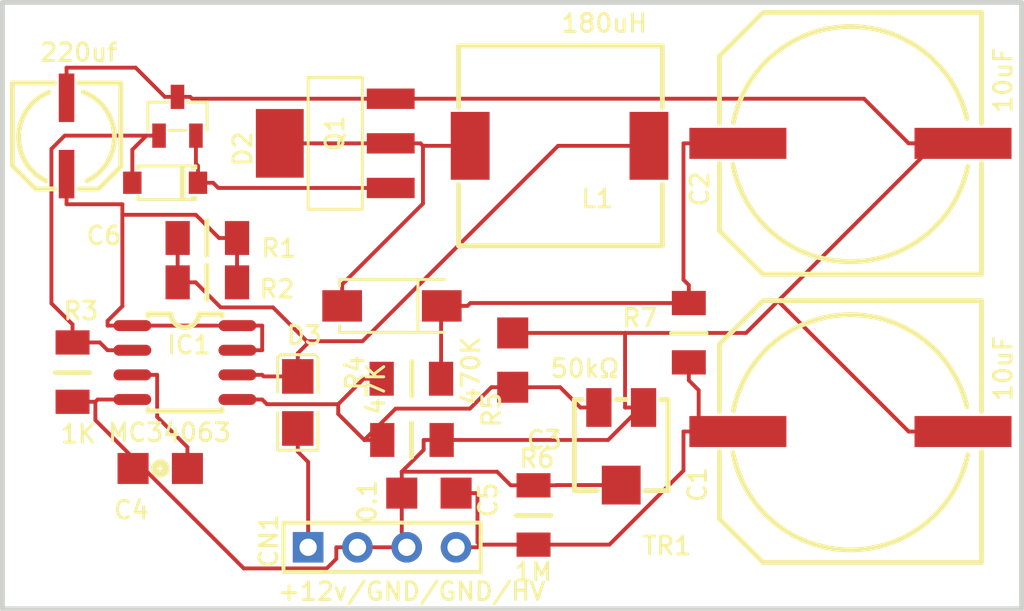
<source format=kicad_pcb>
(kicad_pcb (version 20241229) (generator "pcbnew") (generator_version "9.0")
  (layers (0 "F.Cu" signal) (2 "B.Cu" signal) (13 "F.Paste" user "TopPasteMaskLayer") (15 "B.Paste" user "BottomPasteMaskLayer") (5 "F.SilkS" user "TopSilkLayer") (7 "B.SilkS" user "BottomSilkLayer") (1 "F.Mask" user "TopSolderMaskLayer") (3 "B.Mask" user "BottomSolderMaskLayer") (25 "Edge.Cuts" user "BoardOutLine"))
  (net 0 "")
  (net 1 "GND")
  (net 2 "IC1_6")
  (net 3 "Q1_1")
  (net 4 "IC1_2")
  (net 5 "Q1_4")
  (net 6 "D3_2")
  (net 7 "IC1_1")
  (net 8 "IC1_3")
  (net 9 "COMP")
  (net 10 "D1_1")
  (net 11 "C1_1")
  (footprint "BackupProjects_akowalczyk1022_personal_0_20251127:C1206" (layer "F.Cu") (at 150.64 108.001 180)
    (property "Reference" "C3" (at -0.635 -3.5814 180) (layer "F.SilkS") (effects (font (size 0.9144 0.9144) (thickness 0.1524) (bold yes)) (justify left top)))
    (property "Value" ".01" (hide yes))
    (pad "1" smd rect (at 0.0005 -1.4 90) (size 1.6002 1.6002) (layers "F.Cu" "F.Mask" "F.Paste") (net 9 "COMP"))
    (pad "2" smd rect (at 0.0005 1.399 90) (size 1.6002 1.6002) (layers "F.Cu" "F.Mask" "F.Paste") (net 1 "GND"))
  )
  (footprint "BackupProjects_akowalczyk1022_personal_0_20251127:1206" (layer "F.Cu") (at 134.892 101.651 -90)
    (property "Reference" "R1" (at 0.049 -2.708 0) (layer "F.SilkS") (effects (font (size 0.9144 0.9144) (thickness 0.1524) (bold yes)) (justify left top)))
    (property "Value" "0.5" (hide yes))
    (fp_line (start -0.83 0.01) (end 0.94 0.01) (stroke (width 0.254)) (layer "F.SilkS"))
    (pad "1" smd rect (at 0.0551 -1.5448 180) (size 1.25 1.75) (layers "F.Cu" "F.Mask" "F.Paste") (net 7 "IC1_1"))
    (pad "2" smd rect (at 0.0551 1.5151 180) (size 1.25 1.75) (layers "F.Cu" "F.Mask" "F.Paste") (net 2 "IC1_6"))
  )
  (footprint "BackupProjects_akowalczyk1022_personal_0_20251127:C1206" (layer "F.Cu") (at 132.479 113.589 -90)
    (property "Reference" "C4" (at 1.611 2.479 0) (layer "F.SilkS") (effects (font (size 0.9144 0.9144) (thickness 0.1524) (bold yes)) (justify left top)))
    (property "Value" "470p" (hide yes))
    (fp_circle (center 0 0) (end 0 -0.284) (stroke (width 0.381)) (fill no) (layer "F.SilkS"))
    (pad "1" smd rect (at 0.0005 -1.4 180) (size 1.6002 1.6002) (layers "F.Cu" "F.Mask" "F.Paste") (net 8 "IC1_3"))
    (pad "2" smd rect (at 0.0005 1.399 180) (size 1.6002 1.6002) (layers "F.Cu" "F.Mask" "F.Paste") (net 1 "GND"))
  )
  (footprint "BackupProjects_akowalczyk1022_personal_0_20251127:1206" (layer "F.Cu") (at 159.657 106.604)
    (property "Reference" "R7" (at -3.457 -1.304 0) (layer "F.SilkS") (effects (font (size 0.9144 0.9144) (thickness 0.1524)) (justify left top)))
    (property "Value" "10K" (hide yes))
    (fp_line (start -0.83 0.01) (end 0.94 0.01) (stroke (width 0.254)) (layer "F.SilkS"))
    (pad "1" smd rect (at 0.0551 -1.5448 270) (size 1.25 1.75) (layers "F.Cu" "F.Mask" "F.Paste") (net 10 "D1_1"))
    (pad "2" smd rect (at 0.0551 1.5151 270) (size 1.25 1.75) (layers "F.Cu" "F.Mask" "F.Paste") (net 11 "C1_1"))
  )
  (footprint "BackupProjects_akowalczyk1022_personal_0_20251127:SOT-223_L6.5-W3.5-P2.30-LS7.0-BR" (layer "F.Cu") (at 141.496 96.825)
    (property "Reference" "Q1" (at -0.5593 0.4978 90) (layer "F.SilkS") (effects (font (size 0.9144 0.9144) (thickness 0.1524)) (justify left top)))
    (property "Value" "STN3N40K3" (hide yes))
    (fp_line (start -1.3964 -3.4012) (end 1.3964 -3.4012) (stroke (width 0.1524)) (layer "F.SilkS"))
    (fp_line (start -1.3964 3.4012) (end -1.3964 -3.4012) (stroke (width 0.1524)) (layer "F.SilkS"))
    (fp_line (start 1.3964 -3.4012) (end 1.3964 3.4012) (stroke (width 0.1524)) (layer "F.SilkS"))
    (fp_line (start 1.3964 3.4012) (end -1.3964 3.4012) (stroke (width 0.1524)) (layer "F.SilkS"))
    (pad "1" smd rect (at 2.8575 2.3) (size 2.465 1.05) (layers "F.Cu" "F.Mask" "F.Paste") (net 3 "Q1_1"))
    (pad "2" smd rect (at 2.8575 0) (size 2.465 1.05) (layers "F.Cu" "F.Mask" "F.Paste") (net 5 "Q1_4"))
    (pad "3" smd rect (at 2.8575 -2.3) (size 2.465 1.05) (layers "F.Cu" "F.Mask" "F.Paste") (net 1 "GND"))
    (pad "4" smd rect (at -2.8575 0) (size 2.465 3.54) (layers "F.Cu" "F.Mask" "F.Paste") (net 5 "Q1_4"))
  )
  (footprint "BackupProjects_akowalczyk1022_personal_0_20251127:SOD-123_L2.8-W1.8-LS3.7-RD" (layer "F.Cu") (at 132.733 98.857 180)
    (property "Reference" "D2" (at -3.4628 0.7518 270) (layer "F.SilkS") (effects (font (size 0.9144 0.9144) (thickness 0.1524) (bold yes)) (justify left top)))
    (property "Value" "1N4148FL" (hide yes))
    (fp_line (start 1.4062 0.8662) (end 1.4062 0.6982) (stroke (width 0.1524)) (layer "F.SilkS"))
    (fp_line (start 1.4062 -0.8662) (end 1.4062 -0.6982) (stroke (width 0.1524)) (layer "F.SilkS"))
    (fp_line (start -0.8271 -0.8662) (end -0.8271 0.8662) (stroke (width 0.152)) (layer "F.SilkS"))
    (fp_line (start -0.97 -0.8662) (end -0.97 0.8662) (stroke (width 0.1524)) (layer "F.SilkS"))
    (fp_line (start -1.4062 0.8662) (end 1.4062 0.8662) (stroke (width 0.1524)) (layer "F.SilkS"))
    (fp_line (start -1.4062 0.8662) (end -1.58 0.8662) (stroke (width 0.152)) (layer "F.SilkS"))
    (fp_line (start -1.4062 0.7551) (end -1.4062 0.8662) (stroke (width 0.152)) (layer "F.SilkS"))
    (fp_line (start -1.4062 -0.8662) (end 1.4062 -0.8662) (stroke (width 0.1524)) (layer "F.SilkS"))
    (fp_line (start -1.4062 -0.8662) (end -1.4062 -0.7551) (stroke (width 0.152)) (layer "F.SilkS"))
    (fp_line (start -1.58 0.8662) (end -1.58 0.7551) (stroke (width 0.152)) (layer "F.SilkS"))
    (fp_line (start -1.58 0.7551) (end -1.4062 0.7551) (stroke (width 0.152)) (layer "F.SilkS"))
    (fp_line (start -1.58 -0.7551) (end -1.4062 -0.7551) (stroke (width 0.152)) (layer "F.SilkS"))
    (fp_line (start -1.58 -0.7551) (end -1.58 -0.8662) (stroke (width 0.152)) (layer "F.SilkS"))
    (fp_line (start -1.58 -0.8662) (end -1.4062 -0.8662) (stroke (width 0.152)) (layer "F.SilkS"))
    (pad "1" smd rect (at -1.6924 0 180) (size 0.95 1.15) (layers "F.Cu" "F.Mask" "F.Paste") (net 3 "Q1_1"))
    (pad "2" smd rect (at 1.6924 0 180) (size 0.95 1.15) (layers "F.Cu" "F.Mask" "F.Paste") (net 4 "IC1_2"))
  )
  (footprint "BackupProjects_akowalczyk1022_personal_0_20251127:CAP-SMD_BD12.5-L13.0-W13.0-RD" (layer "F.Cu") (at 168.039 96.825 180)
    (property "Reference" "C2" (at 8.2931 -3.347 90) (layer "F.SilkS") (effects (font (size 0.9144 0.9144) (thickness 0.1524) (bold yes)) (justify left top)))
    (property "Value" "10uF" (at -7.3279 1.479 90) (layer "F.SilkS") (effects (font (size 0.9144 0.9144) (thickness 0.1524) (bold yes)) (justify left top)))
    (fp_line (start 6.75 4.5) (end 6.75 1.0311) (stroke (width 0.254)) (layer "F.SilkS"))
    (fp_line (start 6.75 -1.0311) (end 6.75 -4.5) (stroke (width 0.254)) (layer "F.SilkS"))
    (fp_line (start 6.75 -4.5) (end 4.5 -6.75) (stroke (width 0.254)) (layer "F.SilkS"))
    (fp_line (start 4.5 6.75) (end 6.75 4.5) (stroke (width 0.254)) (layer "F.SilkS"))
    (fp_line (start -6.75 6.75) (end 4.5 6.75) (stroke (width 0.254)) (layer "F.SilkS"))
    (fp_line (start -6.75 6.75) (end -6.75 1.0311) (stroke (width 0.254)) (layer "F.SilkS"))
    (fp_line (start -6.75 -1.0311) (end -6.75 -6.75) (stroke (width 0.254)) (layer "F.SilkS"))
    (fp_line (start -6.75 -6.75) (end 4.5 -6.75) (stroke (width 0.254)) (layer "F.SilkS"))
    (fp_arc (start 6.03 1.08) (mid 0.095548 6.023369) (end -6 1.28) (stroke (width 0.254)) (layer "F.SilkS"))
    (fp_arc (start -6.0436 -1.1906) (mid 0.053583 -6.101946) (end 6.06 -1.08) (stroke (width 0.254)) (layer "F.SilkS"))
    (pad "1" smd rect (at 5.8001 0 180) (size 5 1.6) (layers "F.Cu" "F.Mask" "F.Paste") (net 10 "D1_1"))
    (pad "2" smd rect (at -5.8001 0 180) (size 5 1.6) (layers "F.Cu" "F.Mask" "F.Paste") (net 1 "GND"))
    (zone (net 0) (net_name "") (layer "F.SilkS") (priority 100) (connect_pads yes (clearance 0)) (min_thickness 0) (fill yes (thermal_gap 0.5) (thermal_bridge_width 0.5))
      (polygon (pts (xy 169.609 90.905) (xy 169.629 102.795) (xy 170.289 102.545) (xy 170.949 102.315) (xy 171.459 101.985) (xy 171.789 101.705) (xy 172.279 101.375) (xy 172.659 100.965) (xy 173.109 100.385) (xy 173.339 99.845) (xy 173.619 99.445) (xy 173.749 98.985) (xy 173.929 98.565) (xy 174.039 98.245) (xy 174.079 97.985) (xy 174.079 97.935) (xy 170.989 97.9449) (xy 170.989 96.775) (xy 170.989 95.5951) (xy 174.039 95.575) (xy 173.889 94.995) (xy 173.679 94.375) (xy 173.329 93.695) (xy 172.989 93.125) (xy 172.609 92.705) (xy 172.309 92.375) (xy 171.879 92.005) (xy 171.199 91.575) (xy 170.189 91.075) (xy 169.619 90.875)))
    )
  )
  (footprint "BackupProjects_akowalczyk1022_personal_0_20251127:1206" (layer "F.Cu") (at 127.907 108.636)
    (property "Reference" "R3" (at -0.508 -3.7084 0) (layer "F.SilkS") (effects (font (size 0.9144 0.9144) (thickness 0.1524) (bold yes)) (justify left top)))
    (property "Value" "1K" (at -0.635 2.6416 0) (layer "F.SilkS") (effects (font (size 0.9144 0.9144) (thickness 0.1524) (bold yes)) (justify left top)))
    (fp_line (start -0.83 0.01) (end 0.94 0.01) (stroke (width 0.254)) (layer "F.SilkS"))
    (pad "1" smd rect (at 0.0551 -1.5448 270) (size 1.25 1.75) (layers "F.Cu" "F.Mask" "F.Paste") (net 4 "IC1_2"))
    (pad "2" smd rect (at 0.0551 1.5151 270) (size 1.25 1.75) (layers "F.Cu" "F.Mask" "F.Paste") (net 1 "GND"))
  )
  (footprint "BackupProjects_akowalczyk1022_personal_0_20251127:SOT-23-3_L2.9-W1.3-P1.90-LS2.4-BR" (layer "F.Cu") (at 133.368 95.428 -90)
    (property "Reference" "Q2" (hide yes))
    (property "Value" "MMBT3906" (hide yes))
    (fp_line (start -0.7262 1.5262) (end -0.7262 0.4946) (stroke (width 0.1524)) (layer "F.SilkS"))
    (fp_line (start 0.7262 1.5262) (end -0.7262 1.5262) (stroke (width 0.1524)) (layer "F.SilkS"))
    (fp_line (start 0.7262 -0.4554) (end 0.7262 0.4554) (stroke (width 0.1524)) (layer "F.SilkS"))
    (fp_line (start -0.7262 -1.5262) (end -0.7262 -0.4946) (stroke (width 0.1524)) (layer "F.SilkS"))
    (fp_line (start 0.7262 -1.5262) (end -0.7262 -1.5262) (stroke (width 0.1524)) (layer "F.SilkS"))
    (pad "1" smd rect (at 1 0.95 270) (size 1.25 0.7) (layers "F.Cu" "F.Mask" "F.Paste") (net 4 "IC1_2"))
    (pad "2" smd rect (at 1 -0.95 270) (size 1.25 0.7) (layers "F.Cu" "F.Mask" "F.Paste") (net 3 "Q1_1"))
    (pad "3" smd rect (at -1 0 270) (size 1.25 0.7) (layers "F.Cu" "F.Mask" "F.Paste") (net 1 "GND"))
  )
  (footprint "BackupProjects_akowalczyk1022_personal_0_20251127:HDR-4X1/2.54" (layer "F.Cu") (at 143.909 117.653)
    (property "Reference" "CN1" (at -6.3754 1.143 90) (layer "F.SilkS") (effects (font (size 0.9144 0.9144) (thickness 0.1524) (bold yes)) (justify left top)))
    (property "Value" "+12v/GND/GND/HV" (at -5.461 1.7424 0) (layer "F.SilkS") (effects (font (size 0.9144 0.9144) (thickness 0.1524) (bold yes)) (justify left top)))
    (fp_line (start -5.08 -1.27) (end -3.175 -1.27) (stroke (width 0.2032)) (layer "F.SilkS"))
    (fp_line (start -5.08 1.27) (end -5.08 -1.27) (stroke (width 0.2032)) (layer "F.SilkS"))
    (fp_line (start 5.08 -1.27) (end -3.175 -1.27) (stroke (width 0.203)) (layer "F.SilkS"))
    (fp_line (start 5.08 -1.27) (end 5.08 1.27) (stroke (width 0.2032)) (layer "F.SilkS"))
    (fp_line (start 5.08 1.27) (end -5.08 1.27) (stroke (width 0.2032)) (layer "F.SilkS"))
    (pad "1" thru_hole rect (at -3.81 0) (size 1.5748 1.5748) (drill 0.889) (layers "*.Cu" "*.Mask") (net 6 "D3_2"))
    (pad "2" thru_hole oval (at -1.27 0) (size 1.5748 1.5748) (drill 0.889) (layers "*.Cu" "*.Mask") (net 1 "GND"))
    (pad "3" thru_hole oval (at 1.27 0) (size 1.5748 1.5748) (drill 0.889) (layers "*.Cu" "*.Mask") (net 1 "GND"))
    (pad "4" thru_hole oval (at 3.81 0) (size 1.5748 1.5748) (drill 0.889) (layers "*.Cu" "*.Mask") (net 11 "C1_1"))
  )
  (footprint "BackupProjects_akowalczyk1022_personal_0_20251127:D1206-RD" (layer "F.Cu") (at 139.718 110.033)
    (property "Reference" "D3" (at -0.8103 -3.8456 0) (layer "F.SilkS") (effects (font (size 0.9144 0.9144) (thickness 0.1524) (bold yes)) (justify left top)))
    (property "Value" "D1206 Diode GP" (hide yes))
    (fp_line (start -1.1912 -2.1587) (end -1.0388 -2.3112) (stroke (width 0.1524)) (layer "F.SilkS"))
    (fp_line (start -1.1912 -0.3737) (end -1.1912 -2.1587) (stroke (width 0.1524)) (layer "F.SilkS"))
    (fp_line (start -1.1912 0.6787) (end -1.1912 2.6161) (stroke (width 0.1524)) (layer "F.SilkS"))
    (fp_line (start -1.1912 2.6161) (end 0.8861 2.6161) (stroke (width 0.1524)) (layer "F.SilkS"))
    (fp_line (start -1.0388 -2.3112) (end 0.7337 -2.3112) (stroke (width 0.1524)) (layer "F.SilkS"))
    (fp_line (start 0.7337 -2.3112) (end 0.8861 -2.1587) (stroke (width 0.1524)) (layer "F.SilkS"))
    (fp_line (start 0.8861 -2.1587) (end 0.8861 -0.3737) (stroke (width 0.1524)) (layer "F.SilkS"))
    (fp_line (start 0.8861 2.6161) (end 0.8861 0.6787) (stroke (width 0.1524)) (layer "F.SilkS"))
    (pad "1" smd rect (at -0.1524 -1.19 270) (size 1.785 1.62) (layers "F.Cu" "F.Mask" "F.Paste") (net 2 "IC1_6"))
    (pad "2" smd rect (at -0.1524 1.495 270) (size 1.785 1.62) (layers "F.Cu" "F.Mask" "F.Paste") (net 6 "D3_2"))
    (zone (net 0) (net_name "") (layer "F.SilkS") (priority 100) (connect_pads yes (clearance 0)) (min_thickness 0) (fill yes (thermal_gap 0.5) (thermal_bridge_width 0.5))
      (polygon (pts (xy 138.6793 107.5695) (xy 140.4517 107.5695) (xy 140.4517 107.4171) (xy 138.6793 107.4171)))
    )
  )
  (footprint "BackupProjects_akowalczyk1022_personal_0_20251127:SOIC-8_L5.0-W4.0-P1.27-LS6.0-BL" (layer "F.Cu") (at 133.749 108.128 -90)
    (property "Reference" "IC1" (at -1.4455 1.0058 0) (layer "F.SilkS") (effects (font (size 0.9144 0.9144) (thickness 0.1524)) (justify left top)))
    (property "Value" "MC34063" (at 3.072 4.049 0) (layer "F.SilkS") (effects (font (size 0.9144 0.9144) (thickness 0.1524) (bold yes)) (justify left top)))
    (fp_line (start -2.5 1.905) (end -2.4086 1.905) (stroke (width 0.254)) (layer "F.SilkS"))
    (fp_line (start 2.5 1.905) (end 2.4086 1.905) (stroke (width 0.254)) (layer "F.SilkS"))
    (fp_line (start -2.5 1.5) (end -2.5 1.905) (stroke (width 0.254)) (layer "F.SilkS"))
    (fp_line (start -2.5 1.5) (end -2.5 0.7266) (stroke (width 0.254)) (layer "F.SilkS"))
    (fp_line (start 2.5 1.5) (end 2.5 1.905) (stroke (width 0.254)) (layer "F.SilkS"))
    (fp_line (start -2.5 -1.5) (end -2.5 -0.7263) (stroke (width 0.254)) (layer "F.SilkS"))
    (fp_line (start -2.5 -1.5) (end -2.5 -1.905) (stroke (width 0.254)) (layer "F.SilkS"))
    (fp_line (start 2.5 -1.5) (end 2.5 1.5) (stroke (width 0.254)) (layer "F.SilkS"))
    (fp_line (start 2.5 -1.5) (end 2.5 -1.905) (stroke (width 0.254)) (layer "F.SilkS"))
    (fp_line (start -2.5 -1.905) (end -2.4086 -1.905) (stroke (width 0.254)) (layer "F.SilkS"))
    (fp_line (start 2.5 -1.905) (end 2.4086 -1.905) (stroke (width 0.254)) (layer "F.SilkS"))
    (fp_arc (start -2.4951 -0.7263) (mid -1.81213 0.002455) (end -2.5 0.7266) (stroke (width 0.254)) (layer "F.SilkS"))
    (pad "1" smd oval (at -1.905 2.7051 270) (size 0.5684 1.9502) (layers "F.Cu" "F.Mask" "F.Paste") (net 7 "IC1_1"))
    (pad "2" smd oval (at -0.635 2.7051 270) (size 0.5684 1.9502) (layers "F.Cu" "F.Mask" "F.Paste") (net 4 "IC1_2"))
    (pad "3" smd oval (at 0.635 2.7051 270) (size 0.5684 1.9502) (layers "F.Cu" "F.Mask" "F.Paste") (net 8 "IC1_3"))
    (pad "4" smd oval (at 1.905 2.7051 270) (size 0.5684 1.9502) (layers "F.Cu" "F.Mask" "F.Paste") (net 1 "GND"))
    (pad "5" smd oval (at 1.905 -2.7051 270) (size 0.5684 1.9502) (layers "F.Cu" "F.Mask" "F.Paste") (net 9 "COMP"))
    (pad "6" smd oval (at 0.635 -2.7051 270) (size 0.5684 1.9502) (layers "F.Cu" "F.Mask" "F.Paste") (net 2 "IC1_6"))
    (pad "7" smd oval (at -0.635 -2.7051 270) (size 0.5684 1.9502) (layers "F.Cu" "F.Mask" "F.Paste") (net 7 "IC1_1"))
    (pad "8" smd oval (at -1.905 -2.7051 270) (size 0.5684 1.9502) (layers "F.Cu" "F.Mask" "F.Paste") (net 7 "IC1_1"))
  )
  (footprint "BackupProjects_akowalczyk1022_personal_0_20251127:IND-SMD_L10.5-W10.3_PSPHAQ104R" (layer "F.Cu") (at 153.053 96.952 180)
    (property "Reference" "L1" (at -1.033 -2.1946 180) (layer "F.SilkS") (effects (font (size 0.9144 0.9144) (thickness 0.1524) (bold yes)) (justify left top)))
    (property "Value" "180uH" (at 0 6.852 180) (layer "F.SilkS") (effects (font (size 0.9144 0.9144) (thickness 0.1524) (bold yes)) (justify left top)))
    (fp_line (start 5.2049 5.15) (end -5.2951 5.15) (stroke (width 0.254)) (layer "F.SilkS"))
    (fp_line (start 5.2049 1.9811) (end 5.2049 5.15) (stroke (width 0.254)) (layer "F.SilkS"))
    (fp_line (start 5.2049 -5.15) (end 5.2049 -1.9811) (stroke (width 0.254)) (layer "F.SilkS"))
    (fp_line (start -5.2951 1.9811) (end -5.2951 5.15) (stroke (width 0.254)) (layer "F.SilkS"))
    (fp_line (start -5.2951 -5.15) (end 5.2049 -5.15) (stroke (width 0.254)) (layer "F.SilkS"))
    (fp_line (start -5.2951 -5.15) (end -5.2951 -1.9811) (stroke (width 0.254)) (layer "F.SilkS"))
    (pad "1" smd rect (at -4.605 0 180) (size 2 3.5) (layers "F.Cu" "F.Mask" "F.Paste") (net 2 "IC1_6"))
    (pad "2" smd rect (at 4.605 0 180) (size 2 3.5) (layers "F.Cu" "F.Mask" "F.Paste") (net 5 "Q1_4"))
  )
  (footprint "BackupProjects_akowalczyk1022_personal_0_20251127:CAP-SMD_MED" (layer "F.Cu") (at 127.653 96.444 -90)
    (property "Reference" "C6" (at 4.6076 -0.9324 180) (layer "F.SilkS") (effects (font (size 0.9144 0.9144) (thickness 0.1524) (bold yes)) (justify left top)))
    (property "Value" "220uf" (at -4.844 1.453 180) (layer "F.SilkS") (effects (font (size 0.9144 0.9144) (thickness 0.1524) (bold yes)) (justify left top)))
    (fp_line (start -2.7305 2.794) (end 1.524 2.794) (stroke (width 0.254)) (layer "F.SilkS"))
    (fp_line (start 1.524 2.794) (end 2.7305 1.5875) (stroke (width 0.254)) (layer "F.SilkS"))
    (fp_line (start 2.7305 1.5875) (end 2.7305 0.635) (stroke (width 0.254)) (layer "F.SilkS"))
    (fp_line (start -2.7305 0.635) (end -2.7305 2.794) (stroke (width 0.254)) (layer "F.SilkS"))
    (fp_line (start -2.7305 -0.635) (end -2.7305 -2.794) (stroke (width 0.254)) (layer "F.SilkS"))
    (fp_line (start 2.7305 -1.651) (end 2.7305 -0.635) (stroke (width 0.254)) (layer "F.SilkS"))
    (fp_line (start -2.7305 -2.794) (end 1.5875 -2.794) (stroke (width 0.254)) (layer "F.SilkS"))
    (fp_line (start 1.5875 -2.794) (end 2.7305 -1.651) (stroke (width 0.254)) (layer "F.SilkS"))
    (fp_arc (start 2.3114 1.0592) (mid -0.022473 2.466114) (end -2.2555 0.9042) (stroke (width 0.254)) (layer "F.SilkS"))
    (fp_arc (start -2.2682 -0.8687) (mid -0.040797 -2.463742) (end 2.3114 -1.0592) (stroke (width 0.254)) (layer "F.SilkS"))
    (pad "1" smd rect (at 1.9685 0 270) (size 2.5 0.8) (layers "F.Cu" "F.Mask" "F.Paste") (net 7 "IC1_1"))
    (pad "2" smd rect (at -1.9685 0 270) (size 2.5 0.8) (layers "F.Cu" "F.Mask" "F.Paste") (net 1 "GND"))
    (zone (net 0) (net_name "") (layer "F.SilkS") (priority 100) (connect_pads yes (clearance 0)) (min_thickness 0) (fill yes (thermal_gap 0.5) (thermal_bridge_width 0.5))
      (polygon (pts (xy 125.621 95.2375) (xy 127.145 95.2375) (xy 127.145 94.0945) (xy 126.637 94.0945) (xy 125.621 95.1105)))
    )
    (zone (net 0) (net_name "") (layer "F.SilkS") (priority 100) (connect_pads yes (clearance 0)) (min_thickness 0) (fill yes (thermal_gap 0.5) (thermal_bridge_width 0.5))
      (polygon (pts (xy 129.685 95.2375) (xy 128.161 95.2375) (xy 128.161 94.0945) (xy 128.669 94.0945) (xy 129.685 95.1105)))
    )
  )
  (footprint "BackupProjects_akowalczyk1022_personal_0_20251127:C1206" (layer "F.Cu") (at 146.322 114.859 -90)
    (property "Reference" "C5" (at -0.635 -3.5814 90) (layer "F.SilkS") (effects (font (size 0.9144 0.9144) (thickness 0.1524) (bold yes)) (justify right bottom)))
    (property "Value" "0.1" (at -0.762 2.6416 90) (layer "F.SilkS") (effects (font (size 0.9144 0.9144) (thickness 0.1524) (bold yes)) (justify right bottom)))
    (pad "1" smd rect (at 0.0005 -1.4 180) (size 1.6002 1.6002) (layers "F.Cu" "F.Mask" "F.Paste") (net 11 "C1_1"))
    (pad "2" smd rect (at 0.0005 1.399 180) (size 1.6002 1.6002) (layers "F.Cu" "F.Mask" "F.Paste") (net 1 "GND"))
  )
  (footprint "BackupProjects_akowalczyk1022_personal_0_20251127:SMA_L4.4-W2.8-LS5.4-RD" (layer "F.Cu") (at 144.417 105.207 180)
    (property "Reference" "D1" (hide yes))
    (property "Value" "ES1G-13-F" (hide yes))
    (fp_line (start 2.7012 1.3637) (end 2.7012 1.0132) (stroke (width 0.1524)) (layer "F.SilkS"))
    (fp_line (start 2.7012 -1.3637) (end 2.7012 -1.0132) (stroke (width 0.1524)) (layer "F.SilkS"))
    (fp_line (start -1.3389 -1.3637) (end -1.3389 1.3637) (stroke (width 0.1524)) (layer "F.SilkS"))
    (fp_line (start -2.7011 1.3637) (end 2.7012 1.3637) (stroke (width 0.1524)) (layer "F.SilkS"))
    (fp_line (start -2.7011 -1.3637) (end 2.7012 -1.3637) (stroke (width 0.1524)) (layer "F.SilkS"))
    (pad "1" smd rect (at -2.5654 0 180) (size 2.0464 1.62) (layers "F.Cu" "F.Mask" "F.Paste") (net 10 "D1_1"))
    (pad "2" smd rect (at 2.5654 0 180) (size 2.0464 1.62) (layers "F.Cu" "F.Mask" "F.Paste") (net 5 "Q1_4"))
    (zone (net 0) (net_name "") (layer "F.SilkS") (priority 100) (connect_pads yes (clearance 0)) (min_thickness 0) (fill yes (thermal_gap 0.5) (thermal_bridge_width 0.5))
      (polygon (pts (xy 147.042 103.7671) (xy 147.042 104.2446) (xy 147.4992 104.2446) (xy 147.4992 103.7671)))
    )
    (zone (net 0) (net_name "") (layer "F.SilkS") (priority 100) (connect_pads yes (clearance 0)) (min_thickness 0) (fill yes (thermal_gap 0.5) (thermal_bridge_width 0.5))
      (polygon (pts (xy 147.042 106.6469) (xy 147.042 106.1694) (xy 147.4992 106.1694) (xy 147.4992 106.6469)))
    )
  )
  (footprint "BackupProjects_akowalczyk1022_personal_0_20251127:1206" (layer "F.Cu") (at 134.892 103.937 -90)
    (property "Reference" "R2" (at -0.137 -2.608 0) (layer "F.SilkS") (effects (font (size 0.9144 0.9144) (thickness 0.1524) (bold yes)) (justify left top)))
    (property "Value" "0.5" (hide yes))
    (fp_line (start -0.83 0.01) (end 0.94 0.01) (stroke (width 0.254)) (layer "F.SilkS"))
    (pad "1" smd rect (at 0.0551 -1.5448 180) (size 1.25 1.75) (layers "F.Cu" "F.Mask" "F.Paste") (net 7 "IC1_1"))
    (pad "2" smd rect (at 0.0551 1.5151 180) (size 1.25 1.75) (layers "F.Cu" "F.Mask" "F.Paste") (net 2 "IC1_6"))
  )
  (footprint "BackupProjects_akowalczyk1022_personal_0_20251127:1206" (layer "F.Cu") (at 151.656 116.002)
    (property "Reference" "R6" (at -0.762 -3.4544 0) (layer "F.SilkS") (effects (font (size 0.9144 0.9144) (thickness 0.1524) (bold yes)) (justify left top)))
    (property "Value" "1M" (at -1.016 2.3876 0) (layer "F.SilkS") (effects (font (size 0.9144 0.9144) (thickness 0.1524) (bold yes)) (justify left top)))
    (fp_line (start -0.83 0.01) (end 0.94 0.01) (stroke (width 0.254)) (layer "F.SilkS"))
    (pad "1" smd rect (at 0.0551 -1.5448 270) (size 1.25 1.75) (layers "F.Cu" "F.Mask" "F.Paste") (net 1 "GND"))
    (pad "2" smd rect (at 0.0551 1.5151 270) (size 1.25 1.75) (layers "F.Cu" "F.Mask" "F.Paste") (net 11 "C1_1"))
  )
  (footprint "BackupProjects_akowalczyk1022_personal_0_20251127:1206" (layer "F.Cu") (at 145.433 112.065 -90)
    (property "Reference" "R5" (at -0.508 -3.5814 270) (layer "F.SilkS") (effects (font (size 0.9144 0.9144) (thickness 0.1524) (bold yes)) (justify left top)))
    (property "Value" "47K" (at -1.143 2.3876 270) (layer "F.SilkS") (effects (font (size 0.9144 0.9144) (thickness 0.1524)) (justify left top)))
    (fp_line (start -0.83 0.01) (end 0.94 0.01) (stroke (width 0.254)) (layer "F.SilkS"))
    (pad "1" smd rect (at 0.0551 -1.5448 180) (size 1.25 1.75) (layers "F.Cu" "F.Mask" "F.Paste") (net 1 "GND"))
    (pad "2" smd rect (at 0.0551 1.5151 180) (size 1.25 1.75) (layers "F.Cu" "F.Mask" "F.Paste") (net 9 "COMP"))
  )
  (footprint "BackupProjects_akowalczyk1022_personal_0_20251127:CAP-SMD_BD12.5-L13.0-W13.0-RD" (layer "F.Cu") (at 168.039 111.684 180)
    (property "Reference" "C1" (at 8.4201 -3.728 90) (layer "F.SilkS") (effects (font (size 0.9144 0.9144) (thickness 0.1524) (bold yes)) (justify left top)))
    (property "Value" "10uF" (at -7.3279 1.479 90) (layer "F.SilkS") (effects (font (size 0.9144 0.9144) (thickness 0.1524) (bold yes)) (justify left top)))
    (fp_line (start 6.75 4.5) (end 6.75 1.0311) (stroke (width 0.254)) (layer "F.SilkS"))
    (fp_line (start 6.75 -1.0311) (end 6.75 -4.5) (stroke (width 0.254)) (layer "F.SilkS"))
    (fp_line (start 6.75 -4.5) (end 4.5 -6.75) (stroke (width 0.254)) (layer "F.SilkS"))
    (fp_line (start 4.5 6.75) (end 6.75 4.5) (stroke (width 0.254)) (layer "F.SilkS"))
    (fp_line (start -6.75 6.75) (end 4.5 6.75) (stroke (width 0.254)) (layer "F.SilkS"))
    (fp_line (start -6.75 6.75) (end -6.75 1.0311) (stroke (width 0.254)) (layer "F.SilkS"))
    (fp_line (start -6.75 -1.0311) (end -6.75 -6.75) (stroke (width 0.254)) (layer "F.SilkS"))
    (fp_line (start -6.75 -6.75) (end 4.5 -6.75) (stroke (width 0.254)) (layer "F.SilkS"))
    (fp_arc (start 6.03 1.08) (mid 0.095548 6.023369) (end -6 1.28) (stroke (width 0.254)) (layer "F.SilkS"))
    (fp_arc (start -6.0436 -1.1906) (mid 0.053583 -6.101946) (end 6.06 -1.08) (stroke (width 0.254)) (layer "F.SilkS"))
    (pad "1" smd rect (at 5.8001 0 180) (size 5 1.6) (layers "F.Cu" "F.Mask" "F.Paste") (net 11 "C1_1"))
    (pad "2" smd rect (at -5.8001 0 180) (size 5 1.6) (layers "F.Cu" "F.Mask" "F.Paste") (net 1 "GND"))
    (zone (net 0) (net_name "") (layer "F.SilkS") (priority 100) (connect_pads yes (clearance 0)) (min_thickness 0) (fill yes (thermal_gap 0.5) (thermal_bridge_width 0.5))
      (polygon (pts (xy 169.609 105.764) (xy 169.629 117.654) (xy 170.289 117.404) (xy 170.949 117.174) (xy 171.459 116.844) (xy 171.789 116.564) (xy 172.279 116.234) (xy 172.659 115.824) (xy 173.109 115.244) (xy 173.339 114.704) (xy 173.619 114.304) (xy 173.749 113.844) (xy 173.929 113.424) (xy 174.039 113.104) (xy 174.079 112.844) (xy 174.079 112.794) (xy 170.989 112.8039) (xy 170.989 111.634) (xy 170.989 110.4541) (xy 174.039 110.434) (xy 173.889 109.854) (xy 173.679 109.234) (xy 173.329 108.554) (xy 172.989 107.984) (xy 172.609 107.564) (xy 172.309 107.234) (xy 171.879 106.864) (xy 171.199 106.434) (xy 170.189 105.934) (xy 169.619 105.734)))
    )
  )
  (footprint "BackupProjects_akowalczyk1022_personal_0_20251127:RES-ADJ-SMD_3P-L4.8-W4.6-P2.30-TR" (layer "F.Cu") (at 156.228 112.446 90)
    (property "Reference" "TR1" (at -4.5974 1.016 180) (layer "F.SilkS") (effects (font (size 0.9144 0.9144) (thickness 0.1524) (bold yes)) (justify left top)))
    (property "Value" "50kΩ" (at 4.546 -3.728 180) (layer "F.SilkS") (effects (font (size 0.9144 0.9144) (thickness 0.1524) (bold yes)) (justify left top)))
    (fp_line (start 2.413 -2.413) (end -2.286 -2.413) (stroke (width 0.254)) (layer "F.SilkS"))
    (fp_line (start -2.286 -2.413) (end -2.286 -1.2311) (stroke (width 0.254)) (layer "F.SilkS"))
    (fp_line (start 2.413 -2.0311) (end 2.413 -2.413) (stroke (width 0.254)) (layer "F.SilkS"))
    (fp_line (start 2.413 0.2689) (end 2.413 -0.2689) (stroke (width 0.254)) (layer "F.SilkS"))
    (fp_line (start -2.286 1.2311) (end -2.286 2.413) (stroke (width 0.254)) (layer "F.SilkS"))
    (fp_line (start 2.413 2.413) (end 2.413 2.0312) (stroke (width 0.254)) (layer "F.SilkS"))
    (fp_line (start -2.286 2.413) (end 2.413 2.413) (stroke (width 0.254)) (layer "F.SilkS"))
    (pad "1" smd rect (at 2 -1.1501 90) (size 2 1.3) (layers "F.Cu" "F.Mask" "F.Paste") (net 9 "COMP"))
    (pad "2" smd rect (at -2 0 90) (size 2 2) (layers "F.Cu" "F.Mask" "F.Paste") (net 1 "GND"))
    (pad "3" smd rect (at 2 1.1501 90) (size 2 1.3) (layers "F.Cu" "F.Mask" "F.Paste") (net 1 "GND"))
  )
  (footprint "BackupProjects_akowalczyk1022_personal_0_20251127:1206" (layer "F.Cu") (at 145.433 109.017 90)
    (property "Reference" "R4" (at -0.635 -3.4544 90) (layer "F.SilkS") (effects (font (size 0.9144 0.9144) (thickness 0.1524) (bold yes)) (justify left top)))
    (property "Value" "470K" (at -1.397 2.5146 90) (layer "F.SilkS") (effects (font (size 0.9144 0.9144) (thickness 0.1524) (bold yes)) (justify left top)))
    (fp_line (start -0.83 0.01) (end 0.94 0.01) (stroke (width 0.254)) (layer "F.SilkS"))
    (pad "1" smd rect (at 0.0551 -1.5448) (size 1.25 1.75) (layers "F.Cu" "F.Mask" "F.Paste") (net 9 "COMP"))
    (pad "2" smd rect (at 0.0551 1.5151) (size 1.25 1.75) (layers "F.Cu" "F.Mask" "F.Paste") (net 10 "D1_1"))
  )
  (gr_line (start 176.8529 120.8279) (end 124.351 120.8279) (stroke (width 0.254)) (layer "Edge.Cuts"))
  (gr_line (start 124.351 120.8279) (end 124.351 89.561) (stroke (width 0.254)) (layer "Edge.Cuts"))
  (gr_line (start 176.8529 89.561) (end 176.8529 120.8279) (stroke (width 0.254)) (layer "Edge.Cuts"))
  (gr_line (start 124.351 89.561) (end 176.8529 89.561) (stroke (width 0.254)) (layer "Edge.Cuts"))
  (segment (start 156.9023 110.771) (end 155.5532 112.1201) (width 0.2) (layer "F.Cu") (net 1))
  (segment (start 152.2995 114.4572) (end 151.7111 114.4572) (width 0.2) (layer "F.Cu") (net 1))
  (segment (start 131.6309 113.5895) (end 129.1388 111.0974) (width 0.2) (layer "F.Cu") (net 1))
  (segment (start 141.5499 117.653) (end 141.5499 118.2486) (width 0.2) (layer "F.Cu") (net 1))
  (segment (start 165.7092 103.5541) (end 164.3084 104.9549) (width 0.2) (layer "F.Cu") (net 1))
  (segment (start 142.639 117.653) (end 144.923 117.653) (width 0.2) (layer "F.Cu") (net 1))
  (segment (start 127.653 94.4755) (end 127.653 92.9238) (width 0.2) (layer "F.Cu") (net 1))
  (segment (start 144.923 115.4104) (end 144.923 114.8595) (width 0.2) (layer "F.Cu") (net 1))
  (segment (start 129.1388 111.0974) (end 129.1388 110.1511) (width 0.2) (layer "F.Cu") (net 1))
  (segment (start 133.368 94.428) (end 132.7163 94.428) (width 0.2) (layer "F.Cu") (net 1))
  (segment (start 134.1167 94.525) (end 144.3535 94.525) (width 0.2) (layer "F.Cu") (net 1))
  (segment (start 144.923 117.653) (end 145.179 117.653) (width 0.2) (layer "F.Cu") (net 1))
  (segment (start 172.4383 96.825) (end 165.7092 103.5541) (width 0.2) (layer "F.Cu") (net 1))
  (segment (start 156.4264 106.602) (end 150.6395 106.602) (width 0.2) (layer "F.Cu") (net 1))
  (segment (start 152.2995 114.4572) (end 152.8878 114.4572) (width 0.2) (layer "F.Cu") (net 1))
  (segment (start 156.9023 110.446) (end 156.9023 110.771) (width 0.2) (layer "F.Cu") (net 1))
  (segment (start 155.5532 112.1201) (end 146.9778 112.1201) (width 0.2) (layer "F.Cu") (net 1))
  (segment (start 127.9621 110.1511) (end 129.1388 110.1511) (width 0.2) (layer "F.Cu") (net 1))
  (segment (start 144.3535 94.525) (end 168.7374 94.525) (width 0.2) (layer "F.Cu") (net 1))
  (segment (start 146.0511 112.6296) (end 146.0511 112.1201) (width 0.2) (layer "F.Cu") (net 1))
  (segment (start 151.7111 114.4572) (end 150.5344 114.4572) (width 0.2) (layer "F.Cu") (net 1))
  (segment (start 152.899 114.446) (end 152.8878 114.4572) (width 0.2) (layer "F.Cu") (net 1))
  (segment (start 149.8349 113.7577) (end 144.9245 113.7577) (width 0.2) (layer "F.Cu") (net 1))
  (segment (start 141.0564 118.7421) (end 136.7835 118.7421) (width 0.2) (layer "F.Cu") (net 1))
  (segment (start 172.4383 96.825) (end 171.0374 96.825) (width 0.2) (layer "F.Cu") (net 1))
  (segment (start 173.8391 96.825) (end 172.4383 96.825) (width 0.2) (layer "F.Cu") (net 1))
  (segment (start 144.923 113.7592) (end 144.923 113.7577) (width 0.2) (layer "F.Cu") (net 1))
  (segment (start 157.3781 110.446) (end 156.9023 110.446) (width 0.2) (layer "F.Cu") (net 1))
  (segment (start 156.4264 106.602) (end 156.4264 110.446) (width 0.2) (layer "F.Cu") (net 1))
  (segment (start 162.6613 106.602) (end 156.4264 106.602) (width 0.2) (layer "F.Cu") (net 1))
  (segment (start 127.653 92.9238) (end 131.2121 92.9238) (width 0.2) (layer "F.Cu") (net 1))
  (segment (start 168.7374 94.525) (end 171.0374 96.825) (width 0.2) (layer "F.Cu") (net 1))
  (segment (start 144.923 113.7577) (end 146.0511 112.6296) (width 0.2) (layer "F.Cu") (net 1))
  (segment (start 133.368 94.428) (end 134.0197 94.428) (width 0.2) (layer "F.Cu") (net 1))
  (segment (start 144.923 114.8595) (end 144.923 113.7592) (width 0.2) (layer "F.Cu") (net 1))
  (segment (start 134.0197 94.428) (end 134.1167 94.525) (width 0.2) (layer "F.Cu") (net 1))
  (segment (start 141.5499 118.2486) (end 141.0564 118.7421) (width 0.2) (layer "F.Cu") (net 1))
  (segment (start 144.923 117.653) (end 144.923 115.9613) (width 0.2) (layer "F.Cu") (net 1))
  (segment (start 131.08 113.5895) (end 131.6309 113.5895) (width 0.2) (layer "F.Cu") (net 1))
  (segment (start 131.0439 110.033) (end 129.2569 110.033) (width 0.2) (layer "F.Cu") (net 1))
  (segment (start 131.2121 92.9238) (end 132.7163 94.428) (width 0.2) (layer "F.Cu") (net 1))
  (segment (start 173.8391 111.684) (end 171.0374 111.684) (width 0.2) (layer "F.Cu") (net 1))
  (segment (start 144.9245 113.7577) (end 144.923 113.7592) (width 0.2) (layer "F.Cu") (net 1))
  (segment (start 129.2569 110.033) (end 129.1388 110.1511) (width 0.2) (layer "F.Cu") (net 1))
  (segment (start 164.3084 104.9549) (end 162.6613 106.602) (width 0.2) (layer "F.Cu") (net 1))
  (segment (start 144.923 115.4104) (end 144.923 115.9613) (width 0.2) (layer "F.Cu") (net 1))
  (segment (start 156.228 114.446) (end 152.899 114.446) (width 0.2) (layer "F.Cu") (net 1))
  (segment (start 156.9023 110.446) (end 156.4264 110.446) (width 0.2) (layer "F.Cu") (net 1))
  (segment (start 171.0374 111.684) (end 164.3084 104.9549) (width 0.2) (layer "F.Cu") (net 1))
  (segment (start 142.639 117.653) (end 141.5499 117.653) (width 0.2) (layer "F.Cu") (net 1))
  (segment (start 150.5344 114.4572) (end 149.8349 113.7577) (width 0.2) (layer "F.Cu") (net 1))
  (segment (start 136.7835 118.7421) (end 131.6309 113.5895) (width 0.2) (layer "F.Cu") (net 1))
  (segment (start 146.9778 112.1201) (end 146.0511 112.1201) (width 0.2) (layer "F.Cu") (net 1))
  (segment (start 140.0323 107.1821) (end 139.5656 107.6488) (width 0.2) (layer "F.Cu") (net 2))
  (segment (start 140.0323 107.0284) (end 140.0323 107.1821) (width 0.2) (layer "F.Cu") (net 2))
  (segment (start 139.5656 108.843) (end 137.8109 108.843) (width 0.2) (layer "F.Cu") (net 2))
  (segment (start 138.2882 105.2843) (end 135.5958 105.2843) (width 0.2) (layer "F.Cu") (net 2))
  (segment (start 136.4541 108.763) (end 137.7309 108.763) (width 0.2) (layer "F.Cu") (net 2))
  (segment (start 140.0323 107.0284) (end 138.2882 105.2843) (width 0.2) (layer "F.Cu") (net 2))
  (segment (start 133.3769 103.9921) (end 134.3036 103.9921) (width 0.2) (layer "F.Cu") (net 2))
  (segment (start 142.9011 107.0284) (end 140.0323 107.0284) (width 0.2) (layer "F.Cu") (net 2))
  (segment (start 137.8109 108.843) (end 137.7309 108.763) (width 0.2) (layer "F.Cu") (net 2))
  (segment (start 133.3769 101.7061) (end 133.3769 103.9921) (width 0.2) (layer "F.Cu") (net 2))
  (segment (start 157.658 96.952) (end 152.9775 96.952) (width 0.2) (layer "F.Cu") (net 2))
  (segment (start 152.9775 96.952) (end 142.9011 107.0284) (width 0.2) (layer "F.Cu") (net 2))
  (segment (start 139.5656 108.843) (end 139.5656 107.6488) (width 0.2) (layer "F.Cu") (net 2))
  (segment (start 135.5958 105.2843) (end 134.3036 103.9921) (width 0.2) (layer "F.Cu") (net 2))
  (segment (start 135.4701 99.125) (end 144.3535 99.125) (width 0.2) (layer "F.Cu") (net 3))
  (segment (start 134.4254 98.776) (end 134.4254 97.9803) (width 0.2) (layer "F.Cu") (net 3))
  (segment (start 134.318 97.8729) (end 134.318 96.428) (width 0.2) (layer "F.Cu") (net 3))
  (segment (start 135.2021 98.857) (end 135.4701 99.125) (width 0.2) (layer "F.Cu") (net 3))
  (segment (start 134.4254 98.776) (end 134.4254 98.857) (width 0.2) (layer "F.Cu") (net 3))
  (segment (start 134.4254 98.857) (end 135.2021 98.857) (width 0.2) (layer "F.Cu") (net 3))
  (segment (start 134.4254 97.9803) (end 134.318 97.8729) (width 0.2) (layer "F.Cu") (net 3))
  (segment (start 127.9621 107.0912) (end 129.3653 107.0912) (width 0.2) (layer "F.Cu") (net 4))
  (segment (start 126.8725 97.114) (end 126.8725 105.0749) (width 0.2) (layer "F.Cu") (net 4))
  (segment (start 132.0922 96.428) (end 131.7663 96.428) (width 0.2) (layer "F.Cu") (net 4))
  (segment (start 127.9621 107.0912) (end 127.9621 106.1645) (width 0.2) (layer "F.Cu") (net 4))
  (segment (start 127.5585 96.428) (end 126.8725 97.114) (width 0.2) (layer "F.Cu") (net 4))
  (segment (start 131.7663 96.428) (end 127.5585 96.428) (width 0.2) (layer "F.Cu") (net 4))
  (segment (start 129.3653 107.0912) (end 129.7671 107.493) (width 0.2) (layer "F.Cu") (net 4))
  (segment (start 131.0439 107.493) (end 129.7671 107.493) (width 0.2) (layer "F.Cu") (net 4))
  (segment (start 131.0406 97.1537) (end 131.0406 98.857) (width 0.2) (layer "F.Cu") (net 4))
  (segment (start 132.418 96.428) (end 132.0922 96.428) (width 0.2) (layer "F.Cu") (net 4))
  (segment (start 131.7663 96.428) (end 131.0406 97.1537) (width 0.2) (layer "F.Cu") (net 4))
  (segment (start 126.8725 105.0749) (end 127.9621 106.1645) (width 0.2) (layer "F.Cu") (net 4))
  (segment (start 144.3535 96.825) (end 145.8877 96.825) (width 0.2) (layer "F.Cu") (net 5))
  (segment (start 141.8516 104.0953) (end 146.0147 99.9322) (width 0.2) (layer "F.Cu") (net 5))
  (segment (start 148.448 96.952) (end 146.0147 96.952) (width 0.2) (layer "F.Cu") (net 5))
  (segment (start 138.6385 96.825) (end 144.3535 96.825) (width 0.2) (layer "F.Cu") (net 5))
  (segment (start 146.0147 96.952) (end 145.8877 96.825) (width 0.2) (layer "F.Cu") (net 5))
  (segment (start 141.8516 105.207) (end 141.8516 104.0953) (width 0.2) (layer "F.Cu") (net 5))
  (segment (start 146.0147 99.9322) (end 146.0147 96.952) (width 0.2) (layer "F.Cu") (net 5))
  (segment (start 139.5656 111.528) (end 139.5656 112.7222) (width 0.2) (layer "F.Cu") (net 6))
  (segment (start 140.099 117.653) (end 140.099 113.2556) (width 0.2) (layer "F.Cu") (net 6))
  (segment (start 140.099 113.2556) (end 139.5656 112.7222) (width 0.2) (layer "F.Cu") (net 6))
  (segment (start 131.026 106.223) (end 129.7671 106.223) (width 0.2) (layer "F.Cu") (net 7))
  (segment (start 131.026 106.223) (end 136.4541 106.223) (width 0.2) (layer "F.Cu") (net 7))
  (segment (start 134.3125 100.5085) (end 135.5101 101.7061) (width 0.2) (layer "F.Cu") (net 7))
  (segment (start 130.5281 100.5085) (end 130.5281 105.2194) (width 0.2) (layer "F.Cu") (net 7))
  (segment (start 127.653 98.4125) (end 127.653 99.9642) (width 0.2) (layer "F.Cu") (net 7))
  (segment (start 129.7671 105.9803) (end 129.7671 106.223) (width 0.2) (layer "F.Cu") (net 7))
  (segment (start 127.653 99.9642) (end 130.5281 99.9642) (width 0.2) (layer "F.Cu") (net 7))
  (segment (start 137.7309 106.223) (end 137.7309 107.493) (width 0.2) (layer "F.Cu") (net 7))
  (segment (start 130.528 105.2194) (end 129.7671 105.9803) (width 0.2) (layer "F.Cu") (net 7))
  (segment (start 136.4368 101.7061) (end 135.5101 101.7061) (width 0.2) (layer "F.Cu") (net 7))
  (segment (start 136.4541 107.493) (end 137.7309 107.493) (width 0.2) (layer "F.Cu") (net 7))
  (segment (start 130.5281 105.2194) (end 130.528 105.2194) (width 0.2) (layer "F.Cu") (net 7))
  (segment (start 130.5281 99.9642) (end 130.5281 100.5085) (width 0.2) (layer "F.Cu") (net 7))
  (segment (start 136.4541 106.223) (end 137.7309 106.223) (width 0.2) (layer "F.Cu") (net 7))
  (segment (start 130.5281 100.5085) (end 134.3125 100.5085) (width 0.2) (layer "F.Cu") (net 7))
  (segment (start 136.4368 101.7061) (end 136.4368 103.9921) (width 0.2) (layer "F.Cu") (net 7))
  (segment (start 131.0439 106.223) (end 131.026 106.223) (width 0.2) (layer "F.Cu") (net 7))
  (segment (start 132.3207 108.763) (end 132.3207 110.9294) (width 0.2) (layer "F.Cu") (net 8))
  (segment (start 132.3207 110.9294) (end 133.879 112.4877) (width 0.2) (layer "F.Cu") (net 8))
  (segment (start 131.0439 108.763) (end 132.3207 108.763) (width 0.2) (layer "F.Cu") (net 8))
  (segment (start 133.879 113.5895) (end 133.879 112.4877) (width 0.2) (layer "F.Cu") (net 8))
  (segment (start 154.1262 110.446) (end 153.0812 109.401) (width 0.2) (layer "F.Cu") (net 9))
  (segment (start 136.4541 110.033) (end 137.7309 110.033) (width 0.2) (layer "F.Cu") (net 9))
  (segment (start 141.6476 110.7765) (end 141.6476 110.2758) (width 0.2) (layer "F.Cu") (net 9))
  (segment (start 143.8882 108.9619) (end 142.9615 108.9619) (width 0.2) (layer "F.Cu") (net 9))
  (segment (start 153.0812 109.401) (end 150.6395 109.401) (width 0.2) (layer "F.Cu") (net 9))
  (segment (start 142.9912 112.1201) (end 141.6476 110.7765) (width 0.2) (layer "F.Cu") (net 9))
  (segment (start 141.6476 110.2758) (end 142.9615 108.9619) (width 0.2) (layer "F.Cu") (net 9))
  (segment (start 150.6395 109.401) (end 149.5377 109.401) (width 0.2) (layer "F.Cu") (net 9))
  (segment (start 148.4359 110.5028) (end 144.6085 110.5028) (width 0.2) (layer "F.Cu") (net 9))
  (segment (start 137.7309 110.033) (end 137.9737 110.2758) (width 0.2) (layer "F.Cu") (net 9))
  (segment (start 143.9179 112.1201) (end 142.9912 112.1201) (width 0.2) (layer "F.Cu") (net 9))
  (segment (start 155.0779 110.446) (end 154.1262 110.446) (width 0.2) (layer "F.Cu") (net 9))
  (segment (start 149.5377 109.401) (end 148.4359 110.5028) (width 0.2) (layer "F.Cu") (net 9))
  (segment (start 144.6085 110.5028) (end 142.9912 112.1201) (width 0.2) (layer "F.Cu") (net 9))
  (segment (start 137.9737 110.2758) (end 141.6476 110.2758) (width 0.2) (layer "F.Cu") (net 9))
  (segment (start 148.4551 105.0592) (end 148.3073 105.207) (width 0.2) (layer "F.Cu") (net 10))
  (segment (start 146.9824 105.207) (end 147.6449 105.207) (width 0.2) (layer "F.Cu") (net 10))
  (segment (start 159.4372 103.8576) (end 159.7121 104.1325) (width 0.2) (layer "F.Cu") (net 10))
  (segment (start 159.7121 105.0592) (end 148.4551 105.0592) (width 0.2) (layer "F.Cu") (net 10))
  (segment (start 146.9481 105.9038) (end 146.9481 108.9619) (width 0.2) (layer "F.Cu") (net 10))
  (segment (start 147.6449 105.207) (end 148.3073 105.207) (width 0.2) (layer "F.Cu") (net 10))
  (segment (start 159.7121 105.0592) (end 159.7121 104.1325) (width 0.2) (layer "F.Cu") (net 10))
  (segment (start 159.4372 96.825) (end 159.4372 103.8576) (width 0.2) (layer "F.Cu") (net 10))
  (segment (start 147.6449 105.207) (end 146.9481 105.9038) (width 0.2) (layer "F.Cu") (net 10))
  (segment (start 162.2389 96.825) (end 159.4372 96.825) (width 0.2) (layer "F.Cu") (net 10))
  (segment (start 162.2389 111.684) (end 160.2206 111.684) (width 0.2) (layer "F.Cu") (net 11))
  (segment (start 147.722 114.8595) (end 148.8238 114.8595) (width 0.2) (layer "F.Cu") (net 11))
  (segment (start 151.7111 117.5171) (end 148.944 117.5171) (width 0.2) (layer "F.Cu") (net 11))
  (segment (start 159.7121 108.1191) (end 159.7121 109.0458) (width 0.2) (layer "F.Cu") (net 11))
  (segment (start 159.4372 113.6977) (end 155.6178 117.5171) (width 0.2) (layer "F.Cu") (net 11))
  (segment (start 159.7121 109.0458) (end 160.2206 109.5543) (width 0.2) (layer "F.Cu") (net 11))
  (segment (start 159.4372 111.684) (end 159.4372 113.6977) (width 0.2) (layer "F.Cu") (net 11))
  (segment (start 155.6178 117.5171) (end 151.7111 117.5171) (width 0.2) (layer "F.Cu") (net 11))
  (segment (start 148.8238 117.3969) (end 148.8238 114.8595) (width 0.2) (layer "F.Cu") (net 11))
  (segment (start 160.2206 111.684) (end 159.4372 111.684) (width 0.2) (layer "F.Cu") (net 11))
  (segment (start 160.2206 109.5543) (end 160.2206 111.684) (width 0.2) (layer "F.Cu") (net 11))
  (segment (start 148.944 117.5171) (end 148.8238 117.3969) (width 0.2) (layer "F.Cu") (net 11))
  (segment (start 147.719 117.653) (end 148.8081 117.653) (width 0.2) (layer "F.Cu") (net 11))
  (segment (start 148.944 117.5171) (end 148.8081 117.653) (width 0.2) (layer "F.Cu") (net 11))
)
</source>
